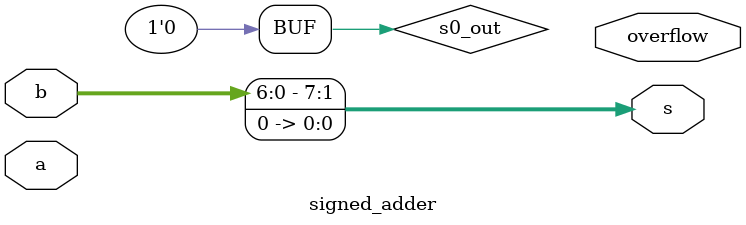
<source format=v>

module signed_adder(input [7:0] a,
    input [7:0] b,
    output [7:0] s,
    output overflow
); 

// The numbers a and b are added to the output s. 
// assign the occurence of the signed overflow of a and b to the output overflow.
// a signed overflow occurs if the most significant bits of a and b are low and the most significant bit of s is high
// a signed overflow may also occur if the most significant bits of a and b are high and the most significant bit of s is low


wire not_a_and_b;
wire nor_overflow;
wire ab0_out_and;
wire ab0_out_or;
wire ab0_out_or_in;
assign or_overflow = (nor_overflow | ab0_out_and) | ab0_out_or_in;


assign s = b << 1; // therefore s for the first bit will be the output
assign not_a_and_b = ~a & b; // logic statement for inverting a and b, -Logic the two numbers all together
assign s0_out = s[0]; //assing the sentence b << 1 to variable s0_out. b << 1 = 2x1 vector which then it treated as the input for s[0]

//Using a variable to store the a & b with respect to bit[0] operation


endmodule

</source>
